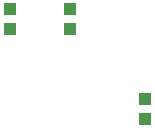
<source format=gtp>
G04 EAGLE Gerber RS-274X export*
G75*
%MOMM*%
%FSLAX34Y34*%
%LPD*%
%INTop Paste*%
%IPPOS*%
%AMOC8*
5,1,8,0,0,1.08239X$1,22.5*%
G01*
%ADD10R,1.000000X1.100000*%
%ADD11R,1.100000X1.000000*%


D10*
X50800Y211700D03*
X50800Y194700D03*
D11*
X165100Y118500D03*
X165100Y135500D03*
X101600Y211700D03*
X101600Y194700D03*
M02*

</source>
